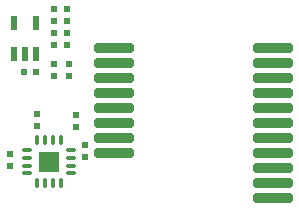
<source format=gtp>
G04 Layer_Color=8421504*
%FSAX24Y24*%
%MOIN*%
G70*
G01*
G75*
%ADD10R,0.0220X0.0480*%
%ADD11R,0.0690X0.0690*%
G04:AMPARAMS|DCode=12|XSize=15mil|YSize=33mil|CornerRadius=4.9mil|HoleSize=0mil|Usage=FLASHONLY|Rotation=90.000|XOffset=0mil|YOffset=0mil|HoleType=Round|Shape=RoundedRectangle|*
%AMROUNDEDRECTD12*
21,1,0.0150,0.0233,0,0,90.0*
21,1,0.0053,0.0330,0,0,90.0*
1,1,0.0098,0.0116,0.0026*
1,1,0.0098,0.0116,-0.0026*
1,1,0.0098,-0.0116,-0.0026*
1,1,0.0098,-0.0116,0.0026*
%
%ADD12ROUNDEDRECTD12*%
G04:AMPARAMS|DCode=13|XSize=15mil|YSize=33mil|CornerRadius=4.9mil|HoleSize=0mil|Usage=FLASHONLY|Rotation=180.000|XOffset=0mil|YOffset=0mil|HoleType=Round|Shape=RoundedRectangle|*
%AMROUNDEDRECTD13*
21,1,0.0150,0.0233,0,0,180.0*
21,1,0.0053,0.0330,0,0,180.0*
1,1,0.0098,-0.0026,0.0116*
1,1,0.0098,0.0026,0.0116*
1,1,0.0098,0.0026,-0.0116*
1,1,0.0098,-0.0026,-0.0116*
%
%ADD13ROUNDEDRECTD13*%
G04:AMPARAMS|DCode=14|XSize=132mil|YSize=32mil|CornerRadius=8mil|HoleSize=0mil|Usage=FLASHONLY|Rotation=0.000|XOffset=0mil|YOffset=0mil|HoleType=Round|Shape=RoundedRectangle|*
%AMROUNDEDRECTD14*
21,1,0.1320,0.0160,0,0,0.0*
21,1,0.1160,0.0320,0,0,0.0*
1,1,0.0160,0.0580,-0.0080*
1,1,0.0160,-0.0580,-0.0080*
1,1,0.0160,-0.0580,0.0080*
1,1,0.0160,0.0580,0.0080*
%
%ADD14ROUNDEDRECTD14*%
%ADD15R,0.0236X0.0236*%
%ADD16R,0.0236X0.0197*%
%ADD17R,0.0197X0.0236*%
%ADD34R,0.0198X0.0198*%
D10*
X003926Y006038D02*
D03*
X004300D02*
D03*
X004680D02*
D03*
Y007070D02*
D03*
X003926D02*
D03*
D11*
X005081Y002444D02*
D03*
D12*
X004371Y002061D02*
D03*
Y002317D02*
D03*
Y002574D02*
D03*
Y002834D02*
D03*
X005829D02*
D03*
Y002574D02*
D03*
Y002317D02*
D03*
Y002061D02*
D03*
D13*
X004711Y003174D02*
D03*
X004971D02*
D03*
X005228D02*
D03*
X005484D02*
D03*
Y001726D02*
D03*
X005228D02*
D03*
X004971D02*
D03*
X004711D02*
D03*
D14*
X007250Y006250D02*
D03*
Y005750D02*
D03*
Y005250D02*
D03*
Y003750D02*
D03*
Y004250D02*
D03*
Y004750D02*
D03*
Y003250D02*
D03*
Y002750D02*
D03*
X012550D02*
D03*
Y003250D02*
D03*
Y004750D02*
D03*
Y004250D02*
D03*
Y003750D02*
D03*
Y005250D02*
D03*
Y005750D02*
D03*
Y006250D02*
D03*
Y002250D02*
D03*
Y001750D02*
D03*
Y001250D02*
D03*
D15*
X005250Y005697D02*
D03*
Y005303D02*
D03*
X005750Y005303D02*
D03*
Y005697D02*
D03*
X005700Y006353D02*
D03*
Y006747D02*
D03*
Y007153D02*
D03*
Y007547D02*
D03*
D16*
X004647Y005450D02*
D03*
X004253D02*
D03*
D17*
X005250Y006747D02*
D03*
Y006353D02*
D03*
X006000Y003997D02*
D03*
Y003603D02*
D03*
X004700Y004047D02*
D03*
Y003653D02*
D03*
X006300Y002603D02*
D03*
Y002997D02*
D03*
X005250Y007153D02*
D03*
Y007547D02*
D03*
X003800Y002697D02*
D03*
Y002303D02*
D03*
D34*
X005100Y002445D02*
D03*
M02*

</source>
